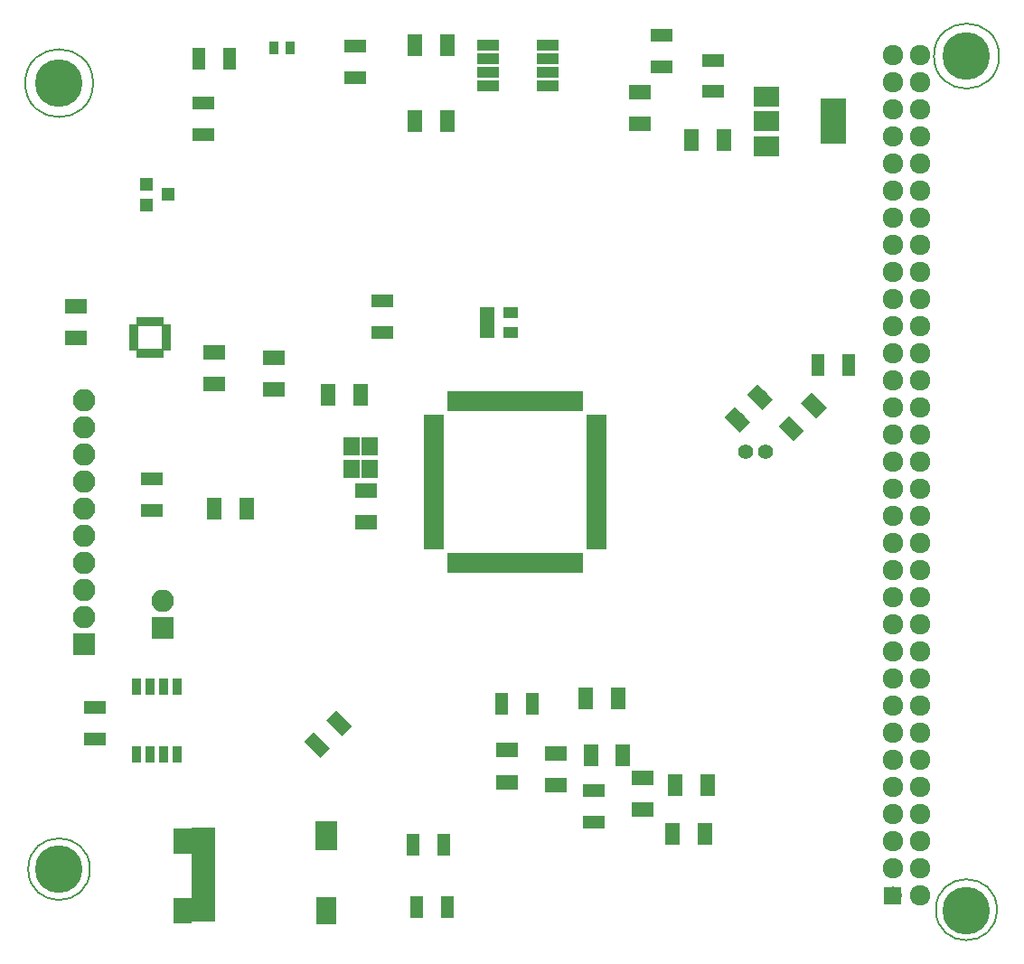
<source format=gts>
G04 #@! TF.GenerationSoftware,KiCad,Pcbnew,(5.1.2)-1*
G04 #@! TF.CreationDate,2019-06-17T17:11:17-03:00*
G04 #@! TF.ProjectId,pcb_v1,7063625f-7631-42e6-9b69-6361645f7063,rev?*
G04 #@! TF.SameCoordinates,Original*
G04 #@! TF.FileFunction,Soldermask,Top*
G04 #@! TF.FilePolarity,Negative*
%FSLAX46Y46*%
G04 Gerber Fmt 4.6, Leading zero omitted, Abs format (unit mm)*
G04 Created by KiCad (PCBNEW (5.1.2)-1) date 2019-06-17 17:11:17*
%MOMM*%
%LPD*%
G04 APERTURE LIST*
%ADD10C,0.150000*%
%ADD11C,4.464000*%
%ADD12C,1.300000*%
%ADD13C,0.100000*%
%ADD14C,1.400000*%
%ADD15R,1.400000X2.000000*%
%ADD16R,1.950000X0.650000*%
%ADD17R,0.650000X1.950000*%
%ADD18R,2.100000X1.300000*%
%ADD19R,2.000000X1.400000*%
%ADD20R,2.150000X1.050000*%
%ADD21R,1.300000X2.100000*%
%ADD22R,2.400000X4.200000*%
%ADD23R,2.400000X1.900000*%
%ADD24C,1.924000*%
%ADD25C,1.664000*%
%ADD26R,1.460000X1.050000*%
%ADD27R,0.900000X1.300000*%
%ADD28R,2.100000X2.100000*%
%ADD29O,2.100000X2.100000*%
%ADD30R,1.300000X1.200000*%
%ADD31R,0.908000X1.543000*%
%ADD32R,1.500000X1.700000*%
%ADD33R,1.900000X2.600000*%
%ADD34R,2.000000X2.700000*%
%ADD35R,1.800000X2.400000*%
%ADD36R,2.200000X1.200000*%
%ADD37R,0.600000X0.950000*%
%ADD38R,0.950000X0.600000*%
G04 APERTURE END LIST*
D10*
X58260000Y-57620000D02*
G75*
G03X58260000Y-57620000I-3180000J0D01*
G01*
X57960277Y-131280000D02*
G75*
G03X57960277Y-131280000I-2890277J0D01*
G01*
X143128688Y-55080000D02*
G75*
G03X143128688Y-55080000I-3048688J0D01*
G01*
X142930280Y-135080000D02*
G75*
G03X142930280Y-135080000I-2860280J0D01*
G01*
D11*
X140090000Y-55080000D03*
X55080000Y-57620000D03*
X55080000Y-131280000D03*
X140090000Y-135150000D03*
D12*
X79238695Y-119643305D03*
D13*
G36*
X79521538Y-120845387D02*
G01*
X78036613Y-119360462D01*
X78955852Y-118441223D01*
X80440777Y-119926148D01*
X79521538Y-120845387D01*
X79521538Y-120845387D01*
G37*
D12*
X81289305Y-117592695D03*
D13*
G36*
X81572148Y-118794777D02*
G01*
X80087223Y-117309852D01*
X81006462Y-116390613D01*
X82491387Y-117875538D01*
X81572148Y-118794777D01*
X81572148Y-118794777D01*
G37*
D14*
X119380000Y-92202000D03*
X121280000Y-92202000D03*
D15*
X104902000Y-120650000D03*
X107902000Y-120650000D03*
D16*
X90190000Y-100996000D03*
X90190000Y-100496000D03*
X90190000Y-99996000D03*
X90190000Y-99496000D03*
X90190000Y-98996000D03*
X90190000Y-98496000D03*
X90190000Y-97996000D03*
X90190000Y-97496000D03*
X90190000Y-96996000D03*
X90190000Y-96496000D03*
X90190000Y-95996000D03*
X90190000Y-95496000D03*
X90190000Y-94996000D03*
X90190000Y-94496000D03*
X90190000Y-93996000D03*
X90190000Y-93496000D03*
X90190000Y-92996000D03*
X90190000Y-92496000D03*
X90190000Y-91996000D03*
X90190000Y-91496000D03*
X90190000Y-90996000D03*
X90190000Y-90496000D03*
X90190000Y-89996000D03*
X90190000Y-89496000D03*
X90190000Y-88996000D03*
D17*
X91790000Y-87396000D03*
X92290000Y-87396000D03*
X92790000Y-87396000D03*
X93290000Y-87396000D03*
X93790000Y-87396000D03*
X94290000Y-87396000D03*
X94790000Y-87396000D03*
X95290000Y-87396000D03*
X95790000Y-87396000D03*
X96290000Y-87396000D03*
X96790000Y-87396000D03*
X97290000Y-87396000D03*
X97790000Y-87396000D03*
X98290000Y-87396000D03*
X98790000Y-87396000D03*
X99290000Y-87396000D03*
X99790000Y-87396000D03*
X100290000Y-87396000D03*
X100790000Y-87396000D03*
X101290000Y-87396000D03*
X101790000Y-87396000D03*
X102290000Y-87396000D03*
X102790000Y-87396000D03*
X103290000Y-87396000D03*
X103790000Y-87396000D03*
D16*
X105390000Y-88996000D03*
X105390000Y-89496000D03*
X105390000Y-89996000D03*
X105390000Y-90496000D03*
X105390000Y-90996000D03*
X105390000Y-91496000D03*
X105390000Y-91996000D03*
X105390000Y-92496000D03*
X105390000Y-92996000D03*
X105390000Y-93496000D03*
X105390000Y-93996000D03*
X105390000Y-94496000D03*
X105390000Y-94996000D03*
X105390000Y-95496000D03*
X105390000Y-95996000D03*
X105390000Y-96496000D03*
X105390000Y-96996000D03*
X105390000Y-97496000D03*
X105390000Y-97996000D03*
X105390000Y-98496000D03*
X105390000Y-98996000D03*
X105390000Y-99496000D03*
X105390000Y-99996000D03*
X105390000Y-100496000D03*
X105390000Y-100996000D03*
D17*
X103790000Y-102596000D03*
X103290000Y-102596000D03*
X102790000Y-102596000D03*
X102290000Y-102596000D03*
X101790000Y-102596000D03*
X101290000Y-102596000D03*
X100790000Y-102596000D03*
X100290000Y-102596000D03*
X99790000Y-102596000D03*
X99290000Y-102596000D03*
X98790000Y-102596000D03*
X98290000Y-102596000D03*
X97790000Y-102596000D03*
X97290000Y-102596000D03*
X96790000Y-102596000D03*
X96290000Y-102596000D03*
X95790000Y-102596000D03*
X95290000Y-102596000D03*
X94790000Y-102596000D03*
X94290000Y-102596000D03*
X93790000Y-102596000D03*
X93290000Y-102596000D03*
X92790000Y-102596000D03*
X92290000Y-102596000D03*
X91790000Y-102596000D03*
D18*
X63754000Y-94742000D03*
X63754000Y-97642000D03*
D19*
X69596000Y-85828000D03*
X69596000Y-82828000D03*
D20*
X95238000Y-57912000D03*
X95238000Y-56642000D03*
X95238000Y-55372000D03*
X95238000Y-54102000D03*
X100838000Y-54102000D03*
X100838000Y-55372000D03*
X100838000Y-56642000D03*
X100838000Y-57912000D03*
D21*
X126132000Y-84074000D03*
X129032000Y-84074000D03*
D19*
X97028000Y-120142000D03*
X97028000Y-123142000D03*
D14*
X123653340Y-89960660D03*
D13*
G36*
X123865472Y-91162742D02*
G01*
X122451258Y-89748528D01*
X123441208Y-88758578D01*
X124855422Y-90172792D01*
X123865472Y-91162742D01*
X123865472Y-91162742D01*
G37*
D14*
X125774660Y-87839340D03*
D13*
G36*
X125986792Y-89041422D02*
G01*
X124572578Y-87627208D01*
X125562528Y-86637258D01*
X126976742Y-88051472D01*
X125986792Y-89041422D01*
X125986792Y-89041422D01*
G37*
D19*
X83820000Y-95782000D03*
X83820000Y-98782000D03*
D15*
X80288000Y-86868000D03*
X83288000Y-86868000D03*
X104418000Y-115316000D03*
X107418000Y-115316000D03*
X117324000Y-62992000D03*
X114324000Y-62992000D03*
D19*
X109474000Y-58444000D03*
X109474000Y-61444000D03*
X101600000Y-120420000D03*
X101600000Y-123420000D03*
D15*
X112546000Y-128016000D03*
X115546000Y-128016000D03*
X112800000Y-123444000D03*
X115800000Y-123444000D03*
D19*
X109728000Y-125706000D03*
X109728000Y-122706000D03*
D21*
X99420000Y-115824000D03*
X96520000Y-115824000D03*
D18*
X111506000Y-53160000D03*
X111506000Y-56060000D03*
X116332000Y-58420000D03*
X116332000Y-55520000D03*
X105156000Y-126852000D03*
X105156000Y-123952000D03*
D22*
X127610000Y-61214000D03*
D23*
X121310000Y-61214000D03*
X121310000Y-63514000D03*
X121310000Y-58914000D03*
D24*
X135690000Y-55030000D03*
X135690000Y-57570000D03*
X135690000Y-60110000D03*
X135690000Y-62650000D03*
X135690000Y-65190000D03*
X135690000Y-67730000D03*
X135690000Y-70270000D03*
X135690000Y-72810000D03*
X135690000Y-75350000D03*
X135690000Y-77890000D03*
X135690000Y-80430000D03*
X135690000Y-82970000D03*
X135690000Y-85510000D03*
X135690000Y-88050000D03*
X135690000Y-90590000D03*
X135690000Y-93130000D03*
X135690000Y-95670000D03*
X135690000Y-98210000D03*
X135690000Y-100750000D03*
X135690000Y-103290000D03*
X135690000Y-105830000D03*
X135690000Y-108370000D03*
X135690000Y-110910000D03*
X135690000Y-113450000D03*
X135690000Y-115990000D03*
X135690000Y-118530000D03*
X135690000Y-121070000D03*
X135690000Y-123610000D03*
X135690000Y-126150000D03*
X135690000Y-128690000D03*
X135690000Y-131230000D03*
X135690000Y-133770000D03*
X133150000Y-55030000D03*
X133150000Y-57570000D03*
X133150000Y-60110000D03*
X133150000Y-62650000D03*
X133150000Y-65190000D03*
X133150000Y-67730000D03*
X133150000Y-70270000D03*
X133150000Y-72810000D03*
X133150000Y-75350000D03*
X133150000Y-77890000D03*
X133150000Y-80430000D03*
X133150000Y-82970000D03*
X133150000Y-85510000D03*
X133150000Y-88050000D03*
X133150000Y-90590000D03*
X133150000Y-93130000D03*
X133150000Y-95670000D03*
X133150000Y-98210000D03*
X133150000Y-100750000D03*
X133150000Y-103290000D03*
X133150000Y-105830000D03*
X133150000Y-108370000D03*
X133150000Y-110910000D03*
X133150000Y-113450000D03*
X133150000Y-115990000D03*
X133150000Y-118530000D03*
X133150000Y-121070000D03*
X133150000Y-123610000D03*
X133150000Y-126150000D03*
X133150000Y-128690000D03*
X133150000Y-131230000D03*
D25*
X133150000Y-133770000D03*
D13*
G36*
X133982000Y-134602000D02*
G01*
X132318000Y-134602000D01*
X132318000Y-132938000D01*
X133982000Y-132938000D01*
X133982000Y-134602000D01*
X133982000Y-134602000D01*
G37*
D19*
X75184000Y-86336000D03*
X75184000Y-83336000D03*
X56642000Y-81510000D03*
X56642000Y-78510000D03*
D15*
X88416000Y-54102000D03*
X91416000Y-54102000D03*
X91416000Y-61214000D03*
X88416000Y-61214000D03*
D18*
X85344000Y-80952000D03*
X85344000Y-78052000D03*
X82804000Y-54176000D03*
X82804000Y-57076000D03*
D26*
X95166000Y-79126000D03*
X95166000Y-80076000D03*
X95166000Y-81026000D03*
X97366000Y-81026000D03*
X97366000Y-79126000D03*
D15*
X69620000Y-97536000D03*
X72620000Y-97536000D03*
D27*
X75208000Y-54356000D03*
X76708000Y-54356000D03*
D28*
X57404000Y-110236000D03*
D29*
X57404000Y-107696000D03*
X57404000Y-105156000D03*
X57404000Y-102616000D03*
X57404000Y-100076000D03*
X57404000Y-97536000D03*
X57404000Y-94996000D03*
X57404000Y-92456000D03*
X57404000Y-89916000D03*
X57404000Y-87376000D03*
D28*
X64770000Y-108712000D03*
D29*
X64770000Y-106172000D03*
D21*
X71046000Y-55372000D03*
X68146000Y-55372000D03*
D18*
X68580000Y-59510000D03*
X68580000Y-62410000D03*
D21*
X88212000Y-129032000D03*
X91112000Y-129032000D03*
X88540000Y-134874000D03*
X91440000Y-134874000D03*
D18*
X58420000Y-119052000D03*
X58420000Y-116152000D03*
D30*
X63262000Y-67122000D03*
X63262000Y-69022000D03*
X65262000Y-68072000D03*
D31*
X62357000Y-114173000D03*
X63627000Y-114173000D03*
X64897000Y-114173000D03*
X66167000Y-114173000D03*
X66167000Y-120523000D03*
X64897000Y-120523000D03*
X63627000Y-120523000D03*
X62357000Y-120523000D03*
D32*
X84137000Y-93760000D03*
X84137000Y-91660000D03*
X82487000Y-91660000D03*
X82487000Y-93760000D03*
D33*
X80130000Y-135136000D03*
D34*
X80130000Y-128136000D03*
D35*
X66680000Y-128636000D03*
X66680000Y-135136000D03*
D36*
X68580000Y-127936000D03*
X68580000Y-129036000D03*
X68580000Y-130136000D03*
X68580000Y-131236000D03*
X68580000Y-132336000D03*
X68580000Y-133436000D03*
X68580000Y-134536000D03*
X68580000Y-135636000D03*
D37*
X64608000Y-79961000D03*
X64208000Y-79961000D03*
X63808000Y-79961000D03*
X63408000Y-79961000D03*
X63008000Y-79961000D03*
X62608000Y-79961000D03*
D38*
X62108000Y-80461000D03*
X62108000Y-80861000D03*
X62108000Y-81261000D03*
X62108000Y-81661000D03*
X62108000Y-82061000D03*
X62108000Y-82461000D03*
D37*
X62608000Y-82961000D03*
X63008000Y-82961000D03*
X63408000Y-82961000D03*
X63808000Y-82961000D03*
X64208000Y-82961000D03*
X64608000Y-82961000D03*
D38*
X65108000Y-82461000D03*
X65108000Y-82061000D03*
X65108000Y-81661000D03*
X65108000Y-81261000D03*
X65108000Y-80861000D03*
X65108000Y-80461000D03*
D14*
X118618000Y-89154000D03*
D13*
G36*
X118830132Y-90356082D02*
G01*
X117415918Y-88941868D01*
X118405868Y-87951918D01*
X119820082Y-89366132D01*
X118830132Y-90356082D01*
X118830132Y-90356082D01*
G37*
D14*
X120739320Y-87032680D03*
D13*
G36*
X120951452Y-88234762D02*
G01*
X119537238Y-86820548D01*
X120527188Y-85830598D01*
X121941402Y-87244812D01*
X120951452Y-88234762D01*
X120951452Y-88234762D01*
G37*
M02*

</source>
